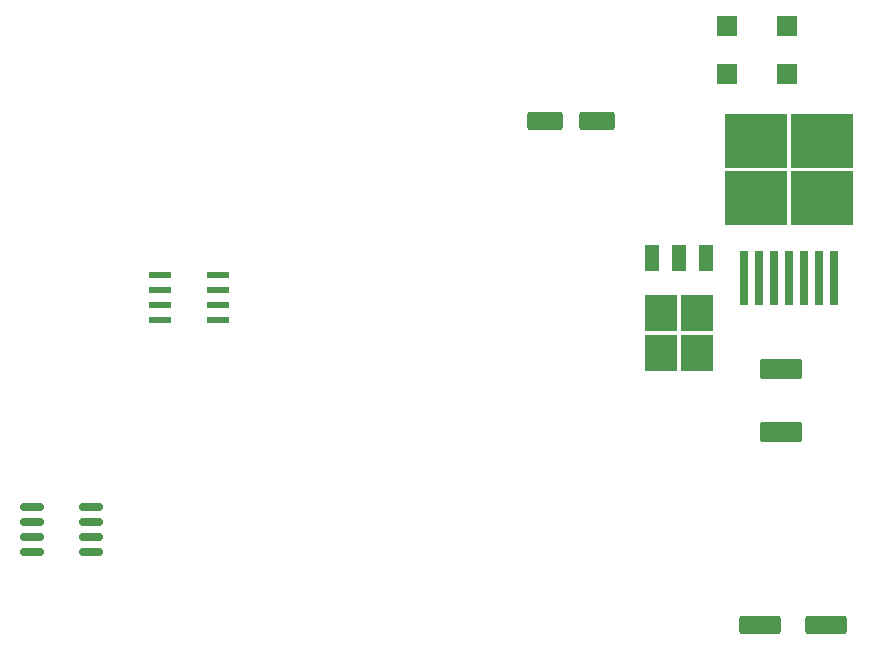
<source format=gbr>
%TF.GenerationSoftware,KiCad,Pcbnew,6.0.8*%
%TF.CreationDate,2024-03-27T11:01:58-07:00*%
%TF.ProjectId,GracefulPSU,47726163-6566-4756-9c50-53552e6b6963,rev?*%
%TF.SameCoordinates,Original*%
%TF.FileFunction,Paste,Top*%
%TF.FilePolarity,Positive*%
%FSLAX46Y46*%
G04 Gerber Fmt 4.6, Leading zero omitted, Abs format (unit mm)*
G04 Created by KiCad (PCBNEW 6.0.8) date 2024-03-27 11:01:58*
%MOMM*%
%LPD*%
G01*
G04 APERTURE LIST*
G04 Aperture macros list*
%AMRoundRect*
0 Rectangle with rounded corners*
0 $1 Rounding radius*
0 $2 $3 $4 $5 $6 $7 $8 $9 X,Y pos of 4 corners*
0 Add a 4 corners polygon primitive as box body*
4,1,4,$2,$3,$4,$5,$6,$7,$8,$9,$2,$3,0*
0 Add four circle primitives for the rounded corners*
1,1,$1+$1,$2,$3*
1,1,$1+$1,$4,$5*
1,1,$1+$1,$6,$7*
1,1,$1+$1,$8,$9*
0 Add four rect primitives between the rounded corners*
20,1,$1+$1,$2,$3,$4,$5,0*
20,1,$1+$1,$4,$5,$6,$7,0*
20,1,$1+$1,$6,$7,$8,$9,0*
20,1,$1+$1,$8,$9,$2,$3,0*%
G04 Aperture macros list end*
%ADD10RoundRect,0.150000X-0.825000X-0.150000X0.825000X-0.150000X0.825000X0.150000X-0.825000X0.150000X0*%
%ADD11R,1.970000X0.570000*%
%ADD12R,2.750000X3.050000*%
%ADD13R,1.200000X2.200000*%
%ADD14RoundRect,0.170000X-1.630000X0.680000X-1.630000X-0.680000X1.630000X-0.680000X1.630000X0.680000X0*%
%ADD15RoundRect,0.250000X1.500000X0.550000X-1.500000X0.550000X-1.500000X-0.550000X1.500000X-0.550000X0*%
%ADD16R,1.700000X1.800000*%
%ADD17RoundRect,0.250000X1.250000X0.550000X-1.250000X0.550000X-1.250000X-0.550000X1.250000X-0.550000X0*%
%ADD18R,5.250000X4.550000*%
%ADD19R,0.800000X4.600000*%
G04 APERTURE END LIST*
D10*
%TO.C,U1*%
X82382000Y-129613000D03*
X82382000Y-130883000D03*
X82382000Y-132153000D03*
X82382000Y-133423000D03*
X87332000Y-133423000D03*
X87332000Y-132153000D03*
X87332000Y-130883000D03*
X87332000Y-129613000D03*
%TD*%
D11*
%TO.C,Q2*%
X93177000Y-109928000D03*
X93177000Y-111198000D03*
X93177000Y-112468000D03*
X93177000Y-113738000D03*
X98127000Y-113738000D03*
X98127000Y-112468000D03*
X98127000Y-111198000D03*
X98127000Y-109928000D03*
%TD*%
D12*
%TO.C,D14*%
X135622000Y-113157000D03*
X138672000Y-116507000D03*
X135622000Y-116507000D03*
X138672000Y-113157000D03*
D13*
X139427000Y-108532000D03*
X137147000Y-108532000D03*
X134867000Y-108532000D03*
%TD*%
D14*
%TO.C,L1*%
X145782000Y-117927000D03*
X145782000Y-123227000D03*
%TD*%
D15*
%TO.C,C14*%
X149598000Y-139573000D03*
X143998000Y-139573000D03*
%TD*%
D16*
%TO.C,D7*%
X141210000Y-92928000D03*
X141210000Y-88828000D03*
%TD*%
%TO.C,D8*%
X146290000Y-92928000D03*
X146290000Y-88828000D03*
%TD*%
D17*
%TO.C,C10*%
X130202000Y-96901000D03*
X125802000Y-96901000D03*
%TD*%
D18*
%TO.C,U2*%
X149227000Y-103456000D03*
X149227000Y-98606000D03*
X143677000Y-98606000D03*
X143677000Y-103456000D03*
D19*
X142642000Y-110181000D03*
X143912000Y-110181000D03*
X145182000Y-110181000D03*
X146452000Y-110181000D03*
X147722000Y-110181000D03*
X148992000Y-110181000D03*
X150262000Y-110181000D03*
%TD*%
M02*

</source>
